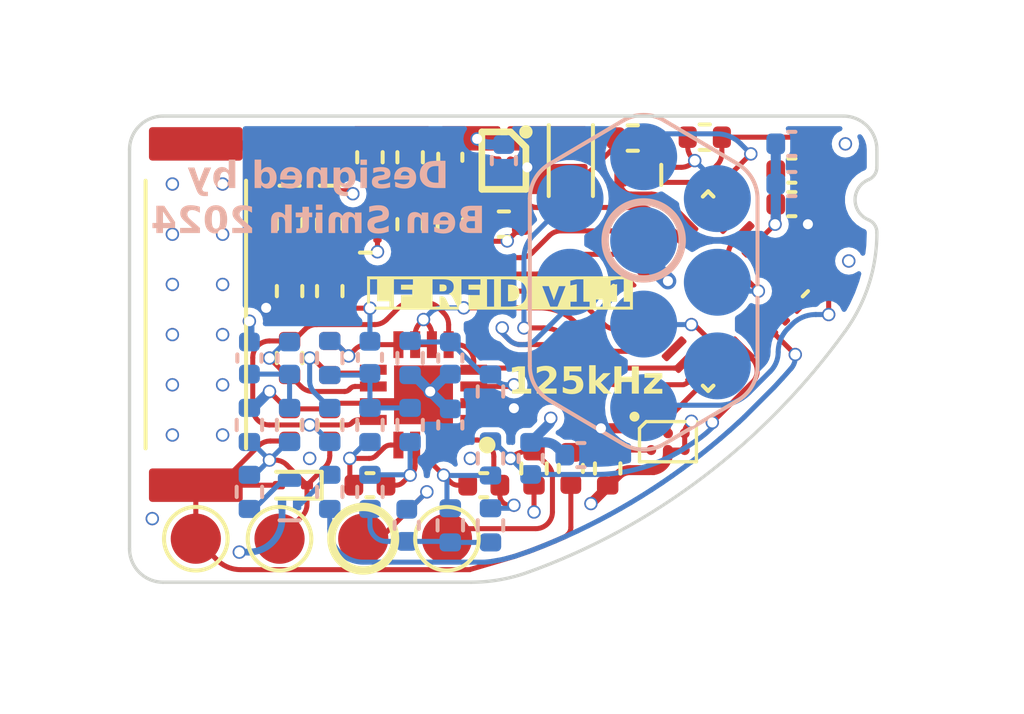
<source format=kicad_pcb>
(kicad_pcb (version 20240108) (generator "pcbnew") (generator_version "8.0")
  (layers (0 "F.Cu" signal) (1 "In1.Cu" power) (2 "In2.Cu" signal) (31 "B.Cu" signal) (34 "B.Paste" user) (35 "F.Paste" user) (36 "B.SilkS" user "B.Silkscreen") (37 "F.SilkS" user "F.Silkscreen") (38 "B.Mask" user) (39 "F.Mask" user) (44 "Edge.Cuts" user))
  (net 0 "")
  (net 1 "/RFID/SIGNAL")
  (net 2 "GND")
  (net 3 "/RFID/AMP1_IN")
  (net 4 "+3V3")
  (net 5 "/RFID/1V65_UNREG")
  (net 6 "/RFID/RF")
  (net 7 "/RFID/AMP2_IN")
  (net 8 "/RFID/SIGNAL_ENVELOPE")
  (net 9 "/RFID/AMP2_OUT")
  (net 10 "/RFID/AMP2_NEG")
  (net 11 "/RFID/CARRIER_RAW")
  (net 12 "/RFID/AMP3_IN")
  (net 13 "/RFID/AMP3_OUT")
  (net 14 "/RFID/AMP3_NEG")
  (net 15 "/RFID/RF_IN")
  (net 16 "+1V65")
  (net 17 "/RFID/SHDN")
  (net 18 "/RFID/AMP1_OUT")
  (net 19 "/RFID/AMP1_NEG")
  (net 20 "/RFID/CARRIER")
  (net 21 "/RFID/OUT_SHIFT")
  (net 22 "/RFID/OUT_G")
  (net 23 "/Pogo Connector/SWDIO")
  (net 24 "/Pogo Connector/SWCLK")
  (net 25 "/Pogo Connector/LPUART1_TX")
  (net 26 "/RFID/PULL_G")
  (net 27 "/RFID/PULL_D")
  (net 28 "/RFID/OUT")
  (net 29 "/RFID/PULL")
  (net 31 "/RFID/GATE")
  (net 32 "/RFID/OUTN_G")
  (net 33 "/Pogo Connector/LPUART1_RX")
  (net 34 "/RFID/OUTN")
  (net 41 "/Pogo Connector/IRQN")
  (net 42 "/Pogo Connector/NRST")
  (net 43 "IOREF")
  (net 47 "/Pogo Connector/LPUART1_RX_1V8")
  (net 48 "/Boost Converter/VRF")
  (net 49 "/Boost Converter/FB_OFFSET")
  (net 50 "/Boost Converter/LX")
  (net 51 "/Boost Converter/EN")
  (net 52 "/Boost Converter/FB")
  (footprint "Resistor_SMD:R_0402_1005Metric" (layer "F.Cu") (at 100.2 62.7 90)
    (property "Reference" "R209" (hide yes))
    (property "Value" "4k7")
  )
  (footprint "Resistor_SMD:R_0402_1005Metric" (layer "F.Cu") (at 101.4 56.7 90)
    (property "Reference" "R204" (hide yes))
    (property "Value" "1k")
  )
  (footprint "watch_footprints:DMN21D2UFB7B" (layer "F.Cu") (at 99 56.7 -90)
    (property "Reference" "Q203" (hide yes))
    (property "Value" "DMN21D2UFB-7B" (hide yes))
  )
  (footprint "TestPoint:TestPoint_Pad_D1.5mm" (layer "F.Cu") (at 103.7 68.1)
    (property "Reference" "TP203" (hide yes))
    (property "Value" "1.5mm")
  )
  (footprint "Capacitor_SMD:C_0402_1005Metric" (layer "F.Cu") (at 99 64.7 90)
    (property "Reference" "C205" (hide yes))
    (property "Value" "330p")
  )
  (footprint "watch_footprints:DMN21D2UFB7B" (layer "F.Cu") (at 109.25 57.225)
    (property "Reference" "Q401" (hide yes))
    (property "Value" "DMN21D2UFB-7B" (hide yes))
  )
  (footprint "Capacitor_SMD:C_0402_1005Metric" (layer "F.Cu") (at 101.4 66.5 180)
    (property "Reference" "C208" (hide yes))
    (property "Value" "100p")
  )
  (footprint "Resistor_SMD:R_0402_1005Metric" (layer "F.Cu") (at 99 58.7 90)
    (property "Reference" "R206" (hide yes))
    (property "Value" "100R")
  )
  (footprint "Resistor_SMD:R_0402_1005Metric" (layer "F.Cu") (at 102.6 58.7 -90)
    (property "Reference" "R503" (hide yes))
    (property "Value" "1M")
  )
  (footprint "Resistor_SMD:R_0402_1005Metric" (layer "F.Cu") (at 106.3 66 -90)
    (property "Reference" "R223" (hide yes))
    (property "Value" "20k")
  )
  (footprint "Diode_SMD:D_SOD-923" (layer "F.Cu") (at 99.1 66.5 180)
    (property "Reference" "D201" (hide yes))
    (property "Value" "ACDBQC0130L-HF")
  )
  (footprint "watch_footprints:DMP21D5UFB47B" (layer "F.Cu") (at 100.2 56.7 -90)
    (property "Reference" "Q202" (hide yes))
    (property "Value" "DMP21D5UFB4-7B" (hide yes))
  )
  (footprint "Resistor_SMD:R_0402_1005Metric" (layer "F.Cu") (at 100.2 58.7 90)
    (property "Reference" "R202" (hide yes))
    (property "Value" "100R")
  )
  (footprint "TestPoint:TestPoint_Pad_D1.5mm" (layer "F.Cu") (at 98.7 68.1)
    (property "Reference" "TP202" (hide yes))
    (property "Value" "1.5mm")
  )
  (footprint "watch_footprints:BGA6C40P3X2_127X87X50" (layer "F.Cu") (at 105.4 56.8 -90)
    (property "Reference" "IC501" (hide yes))
    (property "Value" "MAX17291BANT+T" (hide yes))
  )
  (footprint "Inductor_SMD:L_TDK_MLZ1608" (layer "F.Cu") (at 107.4 56.8 90)
    (property "Reference" "L501" (hide yes))
    (property "Value" "10u")
  )
  (footprint "Resistor_SMD:R_0402_1005Metric" (layer "F.Cu") (at 99 62.7 90)
    (property "Reference" "R205" (hide yes))
    (property "Value" "1M")
  )
  (footprint "Capacitor_SMD:C_0402_1005Metric" (layer "F.Cu") (at 103.8 56.7 90)
    (property "Reference" "C502" (hide yes))
    (property "Value" "4u7")
  )
  (footprint "watch_footprints:Watch Module Outline V2" (layer "F.Cu") (at 105 62)
    (property "Reference" "U101" (hide yes))
    (property "Value" "Watch_Module_Outline_V2")
    (fp_line (start -10.77931 -5.530625) (end -10.77931 6.400065) (stroke (width 0.1)) (layer "Edge.Cuts"))
    (fp_line (start -9.77931 7.400065) (end -0.579909 7.400065) (stroke (width 0.1)) (layer "Edge.Cuts"))
    (fp_line (start 10.538871 -6.530625) (end -9.77931 -6.530625) (stroke (width 0.1)) (layer "Edge.Cuts"))
    (fp_line (start 11.538871 -5.00145) (end 11.538871 -5.530625) (stroke (width 0.1)) (layer "Edge.Cuts"))
    (fp_line (start 11.538871 -3.028146) (end 11.538871 -3.0598) (stroke (width 0.1)) (layer "Edge.Cuts"))
    (fp_arc (start -10.779364 -5.530649) (mid -10.486463 -6.237748) (end -9.779364 -6.530649) (stroke (width 0.1)) (layer "Edge.Cuts"))
    (fp_arc (start -9.779324 7.400129) (mid -10.486428 7.107233) (end -10.779324 6.400129) (stroke (width 0.1)) (layer "Edge.Cuts"))
    (fp_arc (start 1.104777 7.107672) (mid 0.274986 7.326423) (end -0.579989 7.400065) (stroke (width 0.1)) (layer "Edge.Cuts"))
    (fp_arc (start 10.538871 -6.530625) (mid 11.24597 -6.237737) (end 11.538871 -5.530625) (stroke (width 0.1)) (layer "Edge.Cuts"))
    (fp_arc (start 11.291252 -3.429638) (mid 10.888862 -4.030622) (end 11.291252 -4.631612) (stroke (width 0.1)) (layer "Edge.Cuts"))
    (fp_arc (start 11.291252 -3.429638) (mid 11.471267 -3.282353) (end 11.538871 -3.0598) (stroke (width 0.1)) (layer "Edge.Cuts"))
    (fp_arc (start 11.538871 -5.00145) (mid 11.471238 -4.77892) (end 11.291252 -4.631612) (stroke (width 0.1)) (layer "Edge.Cuts"))
    (fp_arc (start 11.538871 -3.028146) (mid 11.296726 -1.490999) (end 10.593743 -0.102738) (stroke (width 0.1)) (layer "Edge.Cuts"))
    (fp_curve (pts (xy 1.104858 7.107672) (xy 4.871929 5.759506) (xy 8.175452 3.249226) (xy 10.593743 -0.102738)) (stroke (width 0.1)) (layer "Edge.Cuts"))
  )
  (footprint "Resistor_SMD:R_0402_1005Metric" (layer "F.Cu") (at 108.5 66 90)
    (property "Reference" "R219" (hide yes))
    (property "Value" "330k")
  )
  (footprint "TestPoint:TestPoint_Pad_D1.5mm" (layer "F.Cu") (at 96.2 68.1)
    (property "Reference" "TP201" (hide yes))
    (property "Value" "1.5mm")
  )
  (footprint "watch_footprints:BGA6C50P3X2_152X100X69" (layer "F.Cu") (at 110.3 65.2)
    (property "Reference" "IC202" (hide yes))
    (property "Value" "MAX9027EBT+T" (hide yes))
  )
  (footprint "Resistor_SMD:R_0402_1005Metric" (layer "F.Cu") (at 111.4 56.1 180)
    (property "Reference" "R402" (hide yes))
    (property "Value" "100k")
  )
  (footprint "Resistor_SMD:R_0402_1005Metric" (layer "F.Cu") (at 103.8 58.7 -90)
    (property "Reference" "R502" (hide yes))
    (property "Value" "402k")
  )
  (footprint "Capacitor_SMD:C_0402_1005Metric" (layer "F.Cu") (at 100.2 64.7 90)
    (property "Reference" "C207" (hide yes))
    (property "Value" "10n")
  )
  (footprint "Resistor_SMD:R_0402_1005Metric" (layer "F.Cu") (at 102.6 56.7 -90)
    (property "Reference" "R501" (hide yes))
    (property "Value" "3M48")
  )
  (footprint "watch_footprints:DMN21D2UFB7B" (layer "F.Cu") (at 101.4 58.7 -90)
    (property "Reference" "Q201" (hide yes))
    (property "Value" "DMN21D2UFB-7B" (hide yes))
  )
  (footprint "Resistor_SMD:R_0402_1005Metric" (layer "F.Cu") (at 105.4 58.7)
    (property "Reference" "R504" (hide yes))
    (property "Value" "100k")
  )
  (footprint "watch_footprints:TR1102-0491J" (layer "F.Cu") (at 96.2 61.4 -90)
    (property "Reference" "L201" (hide yes))
    (property "Value" "TR1102-0491J")
  )
  (footprint "Package_DFN_QFN:QFN-28_4x4mm_P0.5mm" (layer "F.Cu") (at 111.5 60.7 -135)
    (property "Reference" "U301" (hide yes))
    (property "Value" "STM32G071G8Ux")
  )
  (footprint "Capacitor_SMD:C_0402_1005Metric" (layer "F.Cu") (at 107.4 66 90)
    (property "Reference" "C209" (hide yes))
    (property "Value" "10n")
  )
  (footprint "Resistor_SMD:R_0402_1005Metric" (layer "F.Cu") (at 100.2 60.7 90)
    (property "Reference" "R201" (hide yes))
    (property "Value" "10k")
  )
  (footprint "Capacitor_SMD:C_0402_1005Metric" (layer "F.Cu") (at 114 57.1 180)
    (property "Reference" "C301" (hide yes))
    (property "Value" "4u7")
  )
  (footprint "Resistor_SMD:R_0402_1005Metric" (layer "F.Cu") (at 99 60.7 -90)
    (property "Reference" "R207" (hide yes))
    (property "Value" "10k")
  )
  (footprint "TestPoint:TestPoint_Pad_D1.5mm" (layer "F.Cu") (at 101.2 68.1)
    (property "Reference" "TP101" (hide yes))
    (property "Value" "1.5mm")
  )
  (footprint "Resistor_SMD:R_0402_1005Metric" (layer "F.Cu") (at 109.25 56.125)
    (property "Reference" "R401" (hide yes))
    (property "Value" "10k")
  )
  (footprint "Capacitor_SMD:C_0402_1005Metric" (layer "F.Cu") (at 114 58.1 180)
    (property "Reference" "C302" (hide yes))
    (property "Value" "100n")
  )
  (footprint "watch_footprints:QFN50P300X300X80-17N-D" (layer "F.Cu") (at 103 63.8 180)
    (property "Reference" "IC201" (hide yes))
    (property "Value" "TLV9004SIRTER" (hide yes))
  )
  (footprint "Capacitor_SMD:C_0402_1005Metric" (layer "F.Cu") (at 104.8 66.5)
    (property "Reference" "C212" (hide yes))
    (property "Value" "100p")
  )
  (footprint "Capacitor_SMD:C_0402_1005Metric" (layer "B.Cu") (at 114 56.3 180)
    (property "Reference" "C303" (hide yes))
    (property "Value" "1u")
  )
  (footprint "Capacitor_SMD:C_0402_1005Metric" (layer "B.Cu") (at 103.8 62.7 -90)
    (property "Reference" "C204" (hide yes))
    (property "Value" "1u")
  )
  (footprint "Resistor_SMD:R_0402_1005Metric" (layer "B.Cu") (at 102.6 62.7 -90)
    (property "Reference" "R212" (hide yes))
    (property "Value" "33k")
  )
  (footprint "Resistor_SMD:R_0402_1005Metric" (layer "B.Cu") (at 101.4 66.7 -90)
    (property "Reference" "R218" (hide yes))
    (property "Value" "1k")
  )
  (footprint "Capacitor_SMD:C_0402_1005Metric" (layer "B.Cu") (at 103.8 64.7 90)
    (property "Reference" "C203" (hide yes))
    (property "Value" "100n")
  )
  (footprint "Capacitor_SMD:C_0402_1005Metric" (layer "B.Cu") (at 106.2 65.7 90)
    (property "Reference" "C213" (hide yes))
    (property "Value" "100p")
  )
  (footprint "Resistor_SMD:R_0402_1005Metric" (layer "B.Cu") (at 100.2 66.7 90)
    (property "Reference" "R215" (hide yes))
    (property "Value" "100R")
  )
  (footprint "Resistor_SMD:R_0402_1005Metric" (layer "B.Cu") (at 101.4 64.7 -90)
    (property "Reference" "R214" (hide yes))
    (property "Value" "1k")
  )
  (footprint "Capacitor_SMD:C_0402_1005Metric" (layer "B.Cu") (at 102.5 67.7 90)
    (property "Reference" "C210" (hide yes))
    (property "Value" "4n7")
  )
  (footprint "watch_footprints:10-Pin Pogo Connector Male" (layer "B.Cu") (at 109.575 60.435 180)
    (property "Reference" "J401" (hide yes))
    (property "Value" "10-Pin_Pogo_Connector_Male")
  )
  (footprint "Resistor_SMD:R_0402_1005Metric" (layer "B.Cu") (at 97.8 64.7 -90)
    (property "Reference" "R217" (hide yes))
    (property "Value" "330k")
  )
  (footprint "Resistor_SMD:R_0402_1005Metric" (layer "B.Cu") (at 97.8 66.7 90)
    (property "Reference" "R216" (hide yes))
    (property "Value" "330")
  )
  (footprint "Capacitor_SMD:C_0402_1005Metric" (layer "B.Cu") (at 99 62.7 90)
    (property "Reference" "C202" (hide yes))
    (property "Value" "220n")
  )
  (footprint "Resistor_SMD:R_0402_1005Metric" (layer "B.Cu") (at 99 64.7 90)
    (property "Reference" "R203" (hide yes))
    (property "Value" "5k1")
  )
  (footprint "Capacitor_SMD:C_0402_1005Metric" (layer "B.Cu") (at 114 57.5 180)
    (property "Reference" "C304" (hide yes))
    (property "Value" "100n")
  )
  (footprint "Capacitor_SMD:C_0402_1005Metric" (layer "B.Cu") (at 105.4 56.8 90)
    (property "Reference" "C501" (hide yes))
    (property "Value" "22u")
  )
  (footprint "Resistor_SMD:R_0402_1005Metric" (layer "B.Cu") (at 105 63.7 90)
    (property "Reference" "R211" (hide yes))
    (property "Value" "33k")
  )
  (footprint "watch_footprints:DMN21D2UFB7B" (layer "B.Cu") (at 99 66.7 -90)
    (property "Reference" "Q204" (hide yes))
    (property "Value" "DMN21D2UFB-7B" (hide yes))
  )
  (footprint "Resistor_SMD:R_0402_1005Metric" (layer "B.Cu") (at 102.6 64.7 90)
    (property "Reference" "R213" (hide yes))
    (property "Value" "10k")
  )
  (footprint "Resistor_SMD:R_0402_1005Metric" (layer "B.Cu") (at 100.2 62.7 -90)
    (property "Reference" "R210" (hide yes))
    (property "Value" "1k")
  )
  (footprint "Capacitor_SMD:C_0402_1005Metric" (layer "B.Cu") (at 107.7 65.6 180)
    (property "Reference" "C211" (hide yes))
    (property "Value" "100n")
  )
  (footprint "Capacitor_SMD:C_0402_1005Metric" (layer "B.Cu") (at 97.8 62.7 90)
    (property "Reference" "C201" (hide yes))
    (property "Value" "1n")
  )
  (footprint "Resistor_SMD:R_0402_1005Metric" (layer "B.Cu") (at 105 67.7 90)
    (property "Reference" "R221" (hide yes))
    (property "Value" "1k")
  )
  (footprint "Resistor_SMD:R_0402_1005Metric" (layer "B.Cu") (at 105 65.7 90)
    (property "Reference" "R222" (hide yes))
    (property "Value" "10k")
  )
  (footprint "Resistor_SMD:R_0402_1005Metric" (layer "B.Cu") (at 100.2 64.7 90)
    (property "Reference" "R208" (hide yes))
    (property "Value" "1k")
  )
  (footprint "Resistor_SMD:R_0402_1005Metric" (layer "B.Cu") (at 103.8 67.7 -90)
    (property "Reference" "R220" (hide yes))
    (property "Value" "10k")
  )
  (footprint "Capacitor_SMD:C_0402_1005Metric" (layer "B.Cu") (at 101.4 62.68 90)
    (property "Reference" "C206" (hide yes))
    (property "Value" "4n7")
  )
  (gr_circle (center 101.2 68.1) (end 102.1 68.1) (stroke (width 0.15)) (fill none) (layer "F.SilkS"))
  (gr_circle (center 101.2 68.1) (end 102.2 68.1) (stroke (width 0.15)) (fill none) (layer "F.SilkS"))
  (gr_text "Designed by\nBen Smith 2024" (at 99.85 59.1 0) (layer "B.SilkS") (effects (font (size 0.8 0.8) (thickness 0.16) (bold yes)) (justify bottom mirror)))
  (gr_text "LF RFID v1.1" (at 101.3 61.3 0) (layer "F.SilkS" knockout) (effects (font (size 0.8 0.8) (thickness 0.16) (bold yes)) (justify left bottom)))
  (gr_text "125kHz" (at 107.85 63.9 0) (layer "F.SilkS") (effects (font (size 0.8 0.8) (thickness 0.16) (bold yes)) (justify bottom)))
  (segment (start 99 63.18) (end 97.8 63.18) (width 0.15) (layer "B.Cu") (net 1))
  (segment (start 99 64.19) (end 99 63.18) (width 0.15) (layer "B.Cu") (net 1))
  (segment (start 113.52 58.68) (end 113.5 58.7) (width 0.15) (layer "F.Cu") (net 2))
  (segment (start 110.3 65.548329) (end 110.3 65.45) (width 0.3) (layer "F.Cu") (net 2))
  (segment (start 101.5 64.05) (end 102.75 64.05) (width 0.3) (layer "F.Cu") (net 2))
  (segment (start 108.5 66.51) (end 108.813554 66.196446) (width 0.3) (layer "F.Cu") (net 2))
  (segment (start 105.9 58.8) (end 105.5 59.2) (width 0.15) (layer "F.Cu") (net 2))
  (segment (start 101.5 64.05) (end 100.37 64.05) (width 0.15) (layer "F.Cu") (net 2))
  (segment (start 101.625 59.525) (end 101.625 59.05) (width 0.15) (layer "F.Cu") (net 2))
  (segment (start 110.8 64.95) (end 110.8 65.45) (width 0.15) (layer "F.Cu") (net 2))
  (segment (start 100.9 57.77) (end 100.83 57.7) (width 0.15) (layer "F.Cu") (net 2))
  (segment (start 110.887868 64.702132) (end 111 64.59) (width 0.15) (layer "F.Cu") (net 2))
  (segment (start 103.1 66.7) (end 101.846446 67.953554) (width 0.15) (layer "F.Cu") (net 2))
  (segment (start 101.492893 68.1) (end 101.2 68.1) (width 0.15) (layer "F.Cu") (net 2))
  (segment (start 98.4 63.7) (end 98.92 64.22) (width 0.15) (layer "F.Cu") (net 2))
  (segment (start 108.5 66.51) (end 108.5 66.55) (width 0.3) (layer "F.Cu") (net 2))
  (segment (start 113.52 58.1) (end 113.52 58.68) (width 0.3) (layer "F.Cu") (net 2))
  (segment (start 99 64.22) (end 100.2 64.22) (width 0.15) (layer "F.Cu") (net 2))
  (segment (start 98.92 64.22) (end 99 64.22) (width 0.15) (layer "F.Cu") (net 2))
  (segment (start 105.5 59.2) (end 105.49 59.21) (width 0.15) (layer "F.Cu") (net 2))
  (segment (start 112.870019 59.329981) (end 113.5 58.7) (width 0.15) (layer "F.Cu") (net 2))
  (segment (start 109.167107 66.05) (end 109.71 66.05) (width 0.3) (layer "F.Cu") (net 2))
  (segment (start 100.83 57.7) (end 100.183416 57.7) (width 0.15) (layer "F.Cu") (net 2))
  (segment (start 102.75 64.05) (end 103 63.8) (width 0.3) (layer "F.Cu") (net 2))
  (segment (start 105.49 59.21) (end 103.8 59.21) (width 0.15) (layer "F.Cu") (net 2))
  (segment (start 100.37 64.05) (end 100.2 64.22) (width 0.15) (layer "F.Cu") (net 2))
  (segment (start 109.712139 66.047861) (end 109.865545 66.047861) (width 0.3) (layer "F.Cu") (net 2))
  (segment (start 99.656917 57.481917) (end 99.225 57.05) (width 0.15) (layer "F.Cu") (net 2))
  (segment (start 109.71 66.05) (end 109.712139 66.047861) (width 0.3) (layer "F.Cu") (net 2))
  (segment (start 101.4 61.21) (end 100.2 61.21) (width 0.15) (layer "F.Cu") (net 2))
  (segment (start 113.52 57.1) (end 113.52 58.1) (width 0.3) (layer "F.Cu") (net 2))
  (segment (start 110.3 65.45) (end 110.8 65.45) (width 0.15) (layer "F.Cu") (net 2))
  (segment (start 105.9 58.7) (end 105.9 58.8) (width 0.15) (layer "F.Cu") (net 2))
  (segment (start 108.5 66.55) (end 108 67.05) (width 0.3) (layer "F.Cu") (net 2))
  (segment (start 110.8 64.95) (end 110.8 64.914264) (width 0.15) (layer "F.Cu") (net 2))
  (segment (start 106.3 66.51) (end 106.3 67.3) (width 0.15) (layer "F.Cu") (net 2))
  (via (at 113.5 58.7) (size 0.4) (drill 0.3) (layers "F.Cu" "B.Cu") (net 2))
  (via (at 95.5 63.5) (size 0.4) (drill 0.3) (layers "F.Cu" "B.Cu") (net 2))
  (via (at 97 57.5) (size 0.4) (drill 0.3) (layers "F.Cu" "B.Cu") (net 2))
  (via (at 115.6 56.3) (size 0.4) (drill 0.3) (layers "F.Cu" "B.Cu") (net 2))
  (via (at 104.6 56.15) (size 0.4) (drill 0.3) (layers "F.Cu" "B.Cu") (net 2))
  (via (at 97 60.5) (size 0.4) (drill 0.3) (layers "F.Cu" "B.Cu") (net 2))
  (via (at 111 64.59) (size 0.4) (drill 0.3) (layers "F.Cu" "B.Cu") (net 2))
  (via (at 97.8 61.6) (size 0.4) (drill 0.3) (layers "F.Cu" "B.Cu") (net 2))
  (via (at 97 65) (size 0.4) (drill 0.3) (layers "F.Cu" "B.Cu") (net 2))
  (via (at 99.6 65.7) (size 0.4) (drill 0.3) (layers "F.Cu" "B.Cu") (net 2))
  (via (at 94.9 67.5) (size 0.4) (drill 0.3) (layers "F.Cu" "B.Cu") (net 2))
  (via (at 95.5 57.5) (size 0.4) (drill 0.3) (layers "F.Cu" "B.Cu") (net 2))
  (via (at 95.5 59) (size 0.4) (drill 0.3) (layers "F.Cu" "B.Cu") (net 2))
  (via (at 98.4 63.7) (size 0.4) (drill 0.3) (layers "F.Cu" "B.Cu") (net 2))
  (via (at 106.8 64.5) (size 0.4) (drill 0.3) (layers "F.Cu" "B.Cu") (net 2))
  (via (at 105.5 59.2) (size 0.4) (drill 0.3) (layers "F.Cu" "B.Cu") (net 2))
  (via (at 115.7 59.8) (size 0.4) (drill 0.3) (layers "F.Cu" "B.Cu") (net 2))
  (via (at 104.4 65.7) (size 0.4) (drill 0.3) (layers "F.Cu" "B.Cu") (net 2))
  (via (at 97.5 68.5) (size 0.4) (drill 0.3) (layers "F.Cu" "B.Cu") (net 2))
  (via (at 101.4 61.21) (size 0.4) (drill 0.3) (layers "F.Cu" "B.Cu") (net 2))
  (via (at 95.5 65) (size 0.4) (drill 0.3) (layers "F.Cu" "B.Cu") (net 2))
  (via (at 95.5 60.5) (size 0.4) (drill 0.3) (layers "F.Cu" "B.Cu") (net 2))
  (via (at 97 62) (size 0.4) (drill 0.3) (layers "F.Cu" "B.Cu") (net 2))
  (via (at 106.3 67.3) (size 0.4) (drill 0.3) (layers "F.Cu" "B.Cu") (net 2))
  (via (at 103.2 63.7) (size 0.4) (drill 0.3) (layers "F.Cu" "B.Cu") (net 2))
  (via (at 101.625 59.525) (size 0.4) (drill 0.3) (layers "F.Cu" "B.Cu") (net 2))
  (via (at 97 63.5) (size 0.4) (drill 0.3) (layers "F.Cu" "B.Cu") (net 2))
  (via (at 103.1 66.7) (size 0.4) (drill 0.3) (layers "F.Cu" "B.Cu") (net 2))
  (via (at 95.5 62) (size 0.4) (drill 0.3) (layers "F.Cu" "B.Cu") (net 2))
  (via (at 97 59) (size 0.4) (drill 0.3) (layers "F.Cu" "B.Cu") (net 2))
  (via (at 108 67.05) (size 0.4) (drill 0.3) (layers "F.Cu" "B.Cu") (net 2))
  (via (at 110.3 60.4) (size 0.4) (drill 0.3) (layers "F.Cu" "B.Cu") (net 2))
  (via (at 100.89 57.79) (size 0.4) (drill 0.3) (layers "F.Cu" "B.Cu") (net 2))
  (arc (start 109.865545 66.047861) (mid 110.176193 65.879342) (end 110.3 65.548329) (width 0.3) (layer "F.Cu") (net 2))
  (arc (start 101.492893 68.1) (mid 101.684234 68.06194) (end 101.846446 67.953554) (width 0.15) (layer "F.Cu") (net 2))
  (arc (start 108.813554 66.196446) (mid 108.975766 66.08806) (end 109.167107 66.05) (width 0.3) (layer "F.Cu") (net 2))
  (arc (start 100.183416 57.7) (mid 99.898477 57.643322) (end 99.656917 57.481917) (width 0.15) (layer "F.Cu") (net 2))
  (arc (start 110.887868 64.702132) (mid 110.822843 64.799442) (end 110.8 64.914264) (width 0.15) (layer "F.Cu") (net 2))
  (segment (start 103.8 64.22) (end 103.72 64.22) (width 0.3) (layer "B.Cu") (net 2))
  (segment (start 113.52 57.5) (end 113.52 58.68) (width 0.3) (layer "B.Cu") (net 2))
  (segment (start 103.8 63.18) (end 103.72 63.18) (width 0.3) (layer "B.Cu") (net 2))
  (segment (start 103.72 63.18) (end 103.2 63.7) (width 0.3) (layer "B.Cu") (net 2))
  (segment (start 109.575 59.675) (end 109.575 59.185) (width 0.5) (layer "B.Cu") (net 2))
  (segment (start 103.72 64.22) (end 103.2 63.7) (width 0.3) (layer "B.Cu") (net 2))
  (segment (start 113.52 56.3) (end 113.52 57.5) (width 0.3) (layer "B.Cu") (net 2))
  (segment (start 113.52 58.68) (end 113.5 58.7) (width 0.3) (layer "B.Cu") (net 2))
  (segment (start 97.8 64.19) (end 97.91 64.19) (width 0.3) (layer "B.Cu") (net 2))
  (segment (start 102.6 63.21) (end 102.71 63.21) (width 0.3) (layer "B.Cu") (net 2))
  (segment (start 106.2 65.22) (end 106.632893 65.22) (width 0.3) (layer "B.Cu") (net 2))
  (segment (start 102.5 67.22) (end 102.58 67.22) (width 0.15) (layer "B.Cu") (net 2))
  (segment (start 98.775 67.05) (end 98.775 67.5) (width 0.2) (layer "B.Cu") (net 2))
  (segment (start 104.623553 56.173553) (end 104.6 56.15) (width 0.3) (layer "B.Cu") (net 2))
  (segment (start 102.71 63.21) (end 103.2 63.7) (width 0.3) (layer "B.Cu") (net 2))
  (segment (start 102.58 67.22) (end 103.1 66.7) (width 0.15) (layer "B.Cu") (net 2))
  (segment (start 105.4 56.32) (end 104.977107 56.32) (width 0.3) (layer "B.Cu") (net 2))
  (segment (start 97.775 68.5) (end 97.5 68.5) (width 0.2) (layer "B.Cu") (net 2))
  (segment (start 106.741421 64.678579) (end 106.2 65.22) (width 0.3) (layer "B.Cu") (net 2))
  (segment (start 106.8 64.5) (end 106.8 64.537157) (width 0.3) (layer "B.Cu") (net 2))
  (segment (start 106.986447 65.366447) (end 107.22 65.6) (width 0.3) (layer "B.Cu") (net 2))
  (segment (start 110.3 60.4) (end 109.575 59.675) (width 0.5) (layer "B.Cu") (net 2))
  (segment (start 101.4 62.2) (end 101.4 61.21) (width 0.15) (layer "B.Cu") (net 2))
  (segment (start 97.91 64.19) (end 98.4 63.7) (width 0.3) (layer "B.Cu") (net 2))
  (segment (start 97.8 62.22) (end 97.8 61.6) (width 0.3) (layer "B.Cu") (net 2))
  (arc (start 104.623553 56.173553) (mid 104.785765 56.28194) (end 104.977107 56.32) (width 0.3) (layer "B.Cu") (net 2))
  (arc (start 97.775 68.5) (mid 98.482107 68.207107) (end 98.775 67.5) (width 0.2) (layer "B.Cu") (net 2))
  (arc (start 106.8 64.537157) (mid 106.784776 64.613694) (end 106.741421 64.678579) (width 0.3) (layer "B.Cu") (net 2))
  (arc (start 106.632893 65.22) (mid 106.824235 65.25806) (end 106.986447 65.366447) (width 0.3) (layer "B.Cu") (net 2))
  (segment (start 100.957843 63.55) (end 101.5 63.55) (width 0.15) (layer "F.Cu") (net 3))
  (segment (start 99 63.21) (end 99.343554 63.553554) (width 0.15) (layer "F.Cu") (net 3))
  (segment (start 99 63.21) (end 98.91 63.21) (width 0.15) (layer "F.Cu") (net 3))
  (segment (start 98.91 63.21) (end 98.4 62.7) (width 0.15) (layer "F.Cu") (net 3))
  (segment (start 99.697107 63.7) (end 100.642157 63.7) (width 0.15) (layer "F.Cu") (net 3))
  (segment (start 100.783579 63.641421) (end 100.816422 63.608578) (width 0.15) (layer "F.Cu") (net 3))
  (via (at 98.4 62.7) (size 0.4) (drill 0.3) (layers "F.Cu" "B.Cu") (net 3))
  (arc (start 99.697107 63.7) (mid 99.505766 63.66194) (end 99.343554 63.553554) (width 0.15) (layer "F.Cu") (net 3))
  (arc (start 100.816422 63.608578) (mid 100.881307 63.565224) (end 100.957843 63.55) (width 0.15) (layer "F.Cu") (net 3))
  (arc (start 100.642157 63.7) (mid 100.718694 63.684776) (end 100.783579 63.641421) (width 0.15) (layer "F.Cu") (net 3))
  (segment (start 98.88 62.22) (end 98.4 62.7) (width 0.15) (layer "B.Cu") (net 3))
  (segment (start 99 62.22) (end 98.88 62.22) (width 0.15) (layer "B.Cu") (net 3))
  (segment (start 107.692893 57.2) (end 107.4 57.2) (width 0.15) (layer "F.Cu") (net 4))
  (segment (start 114.48 58.7) (end 114.067868 59.112132) (width 0.15) (layer "F.Cu") (net 4))
  (segment (start 108.74 56.36) (end 108.046446 57.053554) (width 0.15) (layer "F.Cu") (net 4))
  (segment (start 98.31 61.21) (end 98.3 61.2) (width 0.15) (layer "F.Cu") (net 4))
  (segment (start 113.619239 59.287868) (end 113.223573 59.683534) (width 0.15) (layer "F.Cu") (net 4))
  (segment (start 114.48 57.1) (end 114.48 58.1) (width 0.3) (layer "F.Cu") (net 4))
  (segment (start 114.48 58.7) (end 114.48 58.1) (width 0.3) (layer "F.Cu") (net 4))
  (segment (start 99 61.21) (end 98.31 61.21) (width 0.15) (layer "F.Cu") (net 4))
  (segment (start 104.5 64.05) (end 105.55 64.05) (width 0.3) (layer "F.Cu") (net 4))
  (segment (start 109.437821 64.8) (end 108.3 64.8) (width 0.3) (layer "F.Cu") (net 4))
  (segment (start 113.855736 59.2) (end 113.831371 59.2) (width 0.15) (layer "F.Cu") (net 4))
  (segment (start 105.55 64.05) (end 105.7 64.2) (width 0.3) (layer "F.Cu") (net 4))
  (segment (start 108.74 56.125) (end 108.74 56.36) (width 0.15) (layer "F.Cu") (net 4))
  (via (at 98.3 61.2) (size 0.4) (drill 0.3) (layers "F.Cu" "B.Cu") (net 4))
  (via (at 114.48 58.7) (size 0.4) (drill 0.3) (layers "F.Cu" "B.Cu") (net 4))
  (via (at 106.1 57) (size 0.4) (drill 0.3) (layers "F.Cu" "B.Cu") (net 4))
  (via (at 108.3 64.8) (size 0.4) (drill 0.3) (layers "F.Cu" "B.Cu") (net 4))
  (via (at 105.7 64.2) (size 0.4) (drill 0.3) (layers "F.Cu" "B.Cu") (net 4))
  (arc (start 114.067868 59.112132) (mid 113.970541 59.177164) (end 113.855736 59.2) (width 0.15) (layer "F.Cu") (net 4))
  (arc (start 108.046446 57.053554) (mid 107.884234 57.16194) (end 107.692893 57.2) (width 0.15) (layer "F.Cu") (net 4))
  (arc (start 113.619239 59.287868) (mid 113.716566 59.222836) (end 113.831371 59.2) (width 0.15) (layer "F.Cu") (net 4))
  (arc (start 109.437821 64.8) (mid 109.633849 64.838992) (end 109.8 64.95) (width 0.3) (layer "F.Cu") (net 4))
  (segment (start 114.48 56.3) (end 114.48 57.5) (width 0.3) (layer "B.Cu") (net 4))
  (segment (start 114.48 57.5) (end 114.48 58.7) (width 0.3) (layer "B.Cu") (net 4))
  (segment (start 105.69 64.21) (end 105.7 64.2) (width 0.15) (layer "B.Cu") (net 4))
  (segment (start 105.65 63.55) (end 104.5 63.55) (width 0.15) (layer "F.Cu") (net 5))
  (segment (start 105.7 63.5) (end 105.65 63.55) (width 0.15) (layer "F.Cu") (net 5))
  (via (at 105.7 63.5) (size 0.4) (drill 0.3) (layers "F.Cu" "B.Cu") (net 5))
  (segment (start 105.7 63.5) (end 105.517107 63.5) (width 0.15) (layer "B.Cu") (net 5))
  (segment (start 103.8 62.22) (end 102.63 62.22) (width 0.15) (layer "B.Cu") (net 5))
  (segment (start 104.77 63.19) (end 105 63.19) (width 0.15) (layer "B.Cu") (net 5))
  (segment (start 105.163553 63.353553) (end 105 63.19) (width 0.15) (layer "B.Cu") (net 5))
  (segment (start 102.63 62.22) (end 102.6 62.19) (width 0.15) (layer "B.Cu") (net 5))
  (segment (start 103.8 62.22) (end 104.77 63.19) (width 0.15) (layer "B.Cu") (net 5))
  (arc (start 105.163553 63.353553) (mid 105.325765 63.46194) (end 105.517107 63.5) (width 0.15) (layer "B.Cu") (net 5))
  (segment (start 96.832172 68.732172) (end 96.2 68.1) (width 0.15) (layer "F.Cu") (net 6))
  (segment (start 106.59097 68.307899) (end 106.252345 68.440376) (width 0.15) (layer "F.Cu") (net 6))
  (segment (start 107.20777 68.046237) (end 106.926737 68.168959) (width 0.15) (layer "F.Cu") (net 6))
  (segment (start 107.312132 67.971152) (end 107.299845 67.983439) (width 0.15) (layer "F.Cu") (net 6))
  (segment (start 104.384935 69.025065) (end 97.539279 69.025065) (width 0.15) (layer "F.Cu") (net 6))
  (segment (start 105.732783 68.622618) (end 104.39 69.02) (width 0.15) (layer "F.Cu") (net 6))
  (segment (start 106.141809 68.481156) (end 105.732783 68.622618) (width 0.15) (layer "F.Cu") (net 6))
  (segment (start 106.252345 68.440376) (end 106.141809 68.481156) (width 0.15) (layer "F.Cu") (net 6))
  (segment (start 99 65.18) (end 98.427107 65.18) (width 0.15) (layer "F.Cu") (net 6))
  (segment (start 107.4 66.48) (end 107.4 67.75902) (width 0.15) (layer "F.Cu") (net 6))
  (segment (start 96.2 68.1) (end 96.2 66.5) (width 0.15) (layer "F.Cu") (net 6))
  (segment (start 106.926737 68.168959) (end 106.59097 68.307899) (width 0.15) (layer "F.Cu") (net 6))
  (segment (start 96.9 66.5) (end 96.2 66.5) (width 0.15) (layer "F.Cu") (net 6))
  (segment (start 98.68 66.5) (end 96.2 66.5) (width 0.15) (layer "F.Cu") (net 6))
  (segment (start 98.073553 65.326447) (end 96.9 66.5) (width 0.15) (layer "F.Cu") (net 6))
  (arc (start 107.299845 67.983439) (mid 107.256749 68.019151) (end 107.20777 68.046237) (width 0.15) (layer "F.Cu") (net 6))
  (arc (start 98.427107 65.18) (mid 98.235765 65.21806) (end 98.073553 65.326447) (width 0.15) (layer "F.Cu") (net 6))
  (arc (start 107.312132 67.971152) (mid 107.377164 67.873825) (end 107.4 67.75902) (width 0.15) (layer "F.Cu") (net 6))
  (arc (start 96.832172 68.732172) (mid 97.156595 68.948945) (end 97.539279 69.025065) (width 0.15) (layer "F.Cu") (net 6))
  (segment (start 101.35 63.21) (end 101.4 63.16) (width 0.15) (layer "B.Cu") (net 7))
  (segment (start 101.4 64.19) (end 102.6 64.19) (width 0.15) (layer "B.Cu") (net 7))
  (segment (start 100.2 63.21) (end 101.35 63.21) (width 0.15) (layer "B.Cu") (net 7))
  (segment (start 101.4 64.19) (end 101.4 63.16) (width 0.15) (layer "B.Cu") (net 7))
  (segment (start 99.52 67.072893) (end 99.52 66.5) (width 0.15) (layer "F.Cu") (net 8))
  (segment (start 99.52 66.5) (end 100.053554 65.966446) (width 0.15) (layer "F.Cu") (net 8))
  (segment (start 99.52 66.5) (end 98.916446 65.896446) (width 0.15) (layer "F.Cu") (net 8))
  (segment (start 98.562893 65.75) (end 98.4 65.75) (width 0.15) (layer "F.Cu") (net 8))
  (segment (start 100.2 65.612893) (end 100.2 65.18) (width 0.15) (layer "F.Cu") (net 8))
  (segment (start 98.7 68.1) (end 99.373554 67.426446) (width 0.15) (layer "F.Cu") (net 8))
  (via (at 98.4 65.75) (size 0.4) (drill 0.3) (layers "F.Cu" "B.Cu") (net 8))
  (arc (start 100.053554 65.966446) (mid 100.16194 65.804234) (end 100.2 65.612893) (width 0.15) (layer "F.Cu") (net 8))
  (arc (start 98.916446 65.896446) (mid 98.754234 65.78806) (end 98.562893 65.75) (width 0.15) (layer "F.Cu") (net 8))
  (arc (start 99.52 67.072893) (mid 99.48194 67.264234) (end 99.373554 67.426446) (width 0.15) (layer "F.Cu") (net 8))
  (segment (start 97.96 66.19) (end 97.8 66.19) (width 0.15) (layer "B.Cu") (net 8))
  (segment (start 98.4 65.75) (end 97.86 65.21) (width 0.15) (layer "B.Cu") (net 8))
  (segment (start 99 65.21) (end 99.11 65.21) (width 0.15) (layer "B.Cu") (net 8))
  (segment (start 98.4 65.75) (end 97.96 66.19) (width 0.15) (layer "B.Cu") (net 8))
  (segment (start 97.86 65.21) (end 97.8 65.21) (width 0.15) (layer "B.Cu") (net 8))
  (segment (start 98.94 65.21) (end 99.11 65.21) (width 0.15) (layer "B.Cu") (net 8))
  (segment (start 98.4 65.75) (end 98.94 65.21) (width 0.15) (layer "B.Cu") (net 8))
  (segment (start 102.175736 66.5) (end 101.88 66.5) (width 0.15) (layer "F.Cu") (net 9))
  (segment (start 102.6 66.2) (end 102.662132 66.137868) (width 0.15) (layer "F.Cu") (net 9))
  (segment (start 102.6 66.2) (end 102.387868 66.412132) (width 0.15) (layer "F.Cu") (net 9))
  (segment (start 102.75 65.925736) (end 102.75 65.3) (width 0.15) (layer "F.Cu") (net 9))
  (via (at 102.6 66.2) (size 0.4) (drill 0.3) (layers "F.Cu" "B.Cu") (net 9))
  (arc (start 102.387868 66.412132) (mid 102.290541 66.477164) (end 102.175736 66.5) (width 0.15) (layer "F.Cu") (net 9))
  (arc (start 102.75 65.925736) (mid 102.727164 66.040541) (end 102.662132 66.137868) (width 0.15) (layer "F.Cu") (net 9))
  (segment (start 102.6 66.2) (end 102.6 65.21) (width 0.15) (layer "B.Cu") (net 9))
  (segment (start 102.49 66.19) (end 101.4 66.19) (width 0.15) (layer "B.Cu") (net 9))
  (segment (start 102.6 66.2) (end 102.5 66.2) (width 0.15) (layer "B.Cu") (net 9))
  (segment (start 102.5 66.2) (end 102.49 66.19) (width 0.15) (layer "B.Cu") (net 9))
  (segment (start 100.8 65.7) (end 100.8 66.38) (width 0.15) (layer "F.Cu") (net 10))
  (segment (start 100.8 65.7) (end 101.375736 65.7) (width 0.15) (layer "F.Cu") (net 10))
  (segment (start 101.587868 65.612132) (end 101.812132 65.387868) (width 0.15) (layer "F.Cu") (net 10))
  (segment (start 100.8 66.38) (end 100.92 66.5) (width 0.15) (layer "F.Cu") (net 10))
  (segment (start 102.024264 65.3) (end 102.25 65.3) (width 0.15) (layer "F.Cu") (net 10))
  (via (at 100.8 65.7) (size 0.4) (drill 0.3) (layers "F.Cu" "B.Cu") (net 10))
  (arc (start 101.812132 65.387868) (mid 101.909459 65.322836) (end 102.024264 65.3) (width 0.15) (layer "F.Cu") (net 10))
  (arc (start 101.587868 65.612132) (mid 101.490541 65.677164) (end 101.375736 65.7) (width 0.15) (layer "F.Cu") (net 10))
  (segment (start 101.29 65.21) (end 100.8 65.7) (width 0.15) (layer "B.Cu") (net 10))
  (segment (start 101.4 65.21) (end 101.29 65.21) (width 0.15) (layer "B.Cu") (net 10))
  (segment (start 108.54 65.45) (end 108.47 65.52) (width 0.15) (layer "F.Cu") (net 11))
  (segment (start 109.8 65.45) (end 108.54 65.45) (width 0.15) (layer "F.Cu") (net 11))
  (segment (start 108.47 65.52) (end 107.4 65.52) (width 0.15) (layer "F.Cu") (net 11))
  (segment (start 102.5 68.18) (end 103.77 68.18) (width 0.15) (layer "B.Cu") (net 12))
  (segment (start 103.77 68.18) (end 103.8 68.21) (width 0.15) (layer "B.Cu") (net 12))
  (segment (start 101.4 67.21) (end 101.4 67.68) (width 0.15) (layer "B.Cu") (net 12))
  (segment (start 103.8 68.21) (end 105 68.21) (width 0.15) (layer "B.Cu") (net 12))
  (segment (start 101.9 68.18) (end 102.5 68.18) (width 0.15) (layer "B.Cu") (net 12))
  (arc (start 101.4 67.68) (mid 101.546447 68.033553) (end 101.9 68.18) (width 0.15) (layer "B.Cu") (net 12))
  (segment (start 104.22 66.5) (end 104.024264 66.5) (width 0.15) (layer "F.Cu") (net 13))
  (segment (start 103.6 66.2) (end 103.337868 65.937868) (width 0.15) (layer "F.Cu") (net 13))
  (segment (start 103.25 65.725736) (end 103.25 65.3) (width 0.15) (layer "F.Cu") (net 13))
  (segment (start 103.812132 66.412132) (end 103.6 66.2) (width 0.15) (layer "F.Cu") (net 13))
  (via (at 103.6 66.2) (size 0.4) (drill 0.3) (layers "F.Cu" "B.Cu") (net 13))
  (arc (start 103.25 65.725736) (mid 103.272836 65.840541) (end 103.337868 65.937868) (width 0.15) (layer "F.Cu") (net 13))
  (arc (start 104.024264 66.5) (mid 103.909459 66.477164) (end 103.812132 66.412132) (width 0.15) (layer "F.Cu") (net 13))
  (segment (start 103.61 66.21) (end 103.6 66.2) (width 0.15) (layer "B.Cu") (net 13))
  (segment (start 103.7 66.3) (end 103.7 67.19) (width 0.15) (layer "B.Cu") (net 13))
  (segment (start 103.6 66.2) (end 103.7 66.3) (width 0.15) (layer "B.Cu") (net 13))
  (segment (start 104.9 66.21) (end 103.61 66.21) (width 0.15) (layer "B.Cu") (net 13))
  (segment (start 105.28 66.5) (end 105.28 66.8) (width 0.15) (layer "F.Cu") (net 14))
  (segment (start 104.6 65.15) (end 103.9 65.15) (width 0.15) (layer "F.Cu") (net 14))
  (segment (start 105.28 66.5) (end 105.1 66.32) (width 0.15) (layer "F.Cu") (net 14))
  (segment (start 103.9 65.15) (end 103.75 65.3) (width 0.15) (layer "F.Cu") (net 14))
  (segment (start 105.1 66.32) (end 105.1 65.65) (width 0.15) (layer "F.Cu") (net 14))
  (segment (start 105.58 67.1) (end 105.7 67.1) (width 0.15) (layer "F.Cu") (net 14))
  (via (at 105.7 67.1) (size 0.4) (drill 0.3) (layers "F.Cu" "B.Cu") (net 14))
  (arc (start 105.1 65.65) (mid 104.953553 65.296447) (end 104.6 65.15) (width 0.15) (layer "F.Cu") (net 14))
  (arc (start 105.58 67.1) (mid 105.367868 67.012132) (end 105.28 66.8) (width 0.15) (layer "F.Cu") (net 14))
  (segment (start 105.61 67.19) (end 105.7 67.1) (width 0.15) (layer "B.Cu") (net 14))
  (segment (start 105 67.19) (end 105.61 67.19) (width 0.15) (layer "B.Cu") (net 14))
  (segment (start 103.7 68.2) (end 104.1 67.8) (width 0.15) (layer "F.Cu") (net 15))
  (segment (start 111.625 64.625) (end 111.625 64.622417) (width 0.15) (layer "F.Cu") (net 15))
  (segment (start 112.817892 62.724999) (end 112.516466 62.423573) (width 0.15) (layer "F.Cu") (net 15))
  (segment (start 106.85 67.3) (end 106.85 66.247107) (width 0.15) (layer "F.Cu") (net 15))
  (segment (start 104.1 67.8) (end 106.35 67.8) (width 0.15) (layer "F.Cu") (net 15))
  (segment (start 106.106982 65.49) (end 106.3 65.49) (width 0.15) (layer "F.Cu") (net 15))
  (segment (start 111.625 64.622417) (end 112.862975 63.384442) (width 0.15) (layer "F.Cu") (net 15))
  (segment (start 106.703553 65.893553) (end 106.3 65.49) (width 0.15) (layer "F.Cu") (net 15))
  (via (at 111.625 64.625) (size 0.4) (drill 0.3) (layers "F.Cu" "B.Cu") (net 15))
  (via (at 105.6 65.7) (size 0.4) (drill 0.3) (layers "F.Cu" "B.Cu") (net 15))
  (arc (start 106.35 67.8) (mid 106.703553 67.653553) (end 106.85 67.3) (width 0.15) (layer "F.Cu") (net 15))
  (arc (start 106.703553 65.893553) (mid 106.81194 66.055765) (end 106.85 66.247107) (width 0.15) (layer "F.Cu") (net 15))
  (arc (start 105.6 65.7) (mid 105.832607 65.544575) (end 106.106982 65.49) (width 0.15) (layer "F.Cu") (net 15))
  (arc (start 112.862975 63.384442) (mid 112.963288 63.045863) (end 112.817892 62.724999) (width 0.15) (layer "F.Cu") (net 15))
  (segment (start 111.625 64.775) (end 111.625 64.625) (width 0.15) (layer "B.Cu") (net 15))
  (segment (start 105.09 65.19) (end 105.6 65.7) (width 0.15) (layer "B.Cu") (net 15))
  (segment (start 106.2 66.18) (end 106.08 66.18) (width 0.15) (layer "B.Cu") (net 15))
  (segment (start 106.08 66.18) (end 105.6 65.7) (width 0.15) (layer "B.Cu") (net 15))
  (segment (start 110.867111 65.353263) (end 111.134516 65.175995) (width 0.15) (layer "B.Cu") (net 15))
  (segment (start 106.2 66.18) (end 108.123741 66.18) (width 0.15) (layer "B.Cu") (net 15))
  (arc (start 110.867111 65.353263) (mid 109.556359 65.968826) (end 108.123741 66.18) (width 0.15) (layer "B.Cu") (net 15))
  (arc (start 111.625 64.775) (mid 111.389909 64.987663) (end 111.134516 65.175995) (width 0.15) (layer "B.Cu") (net 15))
  (segment (start 102.607107 61.05) (end 103.092893 61.05) (width 0.15) (layer "F.Cu") (net 16))
  (segment (start 103.75 61.707107) (end 103.75 62.3) (width 0.15) (layer "F.Cu") (net 16))
  (segment (start 103.446447 61.196447) (end 103.603554 61.353554) (width 0.15) (layer "F.Cu") (net 16))
  (segment (start 105.382843 64.7) (end 105.8 64.7) (width 0.15) (layer "F.Cu") (net 16))
  (segment (start 101.5 64.55) (end 101.032843 64.55) (width 0.15) (layer "F.Cu") (net 16))
  (segment (start 106.3 64.2) (end 106.3 63.5) (width 0.15) (layer "F.Cu") (net 16))
  (segment (start 99.11 62.19) (end 99.453554 61.846446) (width 0.15) (layer "F.Cu") (net 16))
  (segment (start 97.9 64.2) (end 97.9 62.69) (width 0.15) (layer "F.Cu") (net 16))
  (segment (start 104.55 63) (end 104.5 63.05) (width 0.15) (layer "F.Cu") (net 16))
  (segment (start 99.6 64.7) (end 100.717157 64.7) (width 0.15) (layer "F.Cu") (net 16))
  (segment (start 104 62.3) (end 103.75 62.3) (width 0.15) (layer "F.Cu") (net 16))
  (segment (start 99 62.19) (end 99.11 62.19) (width 0.15) (layer "F.Cu") (net 16))
  (segment (start 104.5 64.55) (end 105.067157 64.55) (width 0.15) (layer "F.Cu") (net 16))
  (segment (start 101.896447 61.553553) (end 102.253554 61.196446) (width 0.15) (layer "F.Cu") (net 16))
  (segment (start 98.4 62.19) (end 99 62.19) (width 0.15) (layer "F.Cu") (net 16))
  (segment (start 100.891421 64.608579) (end 100.858578 64.641422) (width 0.15) (layer "F.Cu") (net 16))
  (segment (start 105.8 63) (end 104.55 63) (width 0.15) (layer "F.Cu") (net 16))
  (segment (start 105.208579 64.608579) (end 105.241422 64.641422) (width 0.15) (layer "F.Cu") (net 16))
  (segment (start 104.5 63.05) (end 104.5 62.8) (width 0.15) (layer "F.Cu") (net 16))
  (segment (start 99.807107 61.7) (end 101.542893 61.7) (width 0.15) (layer "F.Cu") (net 16))
  (segment (start 99.6 64.7) (end 98.4 64.7) (width 0.15) (layer "F.Cu") (net 16))
  (via (at 99.6 64.7) (size 0.4) (drill 0.3) (layers "F.Cu" "B.Cu") (net 16))
  (arc (start 103.75 61.707107) (mid 103.71194 61.515766) (end 103.603554 61.353554) (width 0.15) (layer "F.Cu") (net 16))
  (arc (start 105.8 64.7) (mid 106.153553 64.553553) (end 106.3 64.2) (width 0.15) (layer "F.Cu") (net 16))
  (arc (start 97.9 64.2) (mid 98.046447 64.553553) (end 98.4 64.7) (width 0.15) (layer "F.Cu") (net 16))
  (arc (start 105.067157 64.55) (mid 105.143694 64.565224) (end 105.208579 64.608579) (width 0.15) (layer "F.Cu") (net 16))
  (arc (start 100.858578 64.641422) (mid 100.793693 64.684776) (end 100.717157 64.7) (width 0.15) (layer "F.Cu") (net 16))
  (arc (start 101.032843 64.55) (mid 100.956306 64.565224) (end 100.891421 64.608579) (width 0.15) (layer "F.Cu") (net 16))
  (arc (start 102.607107 61.05) (mid 102.415766 61.08806) (end 102.253554 61.196446) (width 0.15) (layer "F.Cu") (net 16))
  (arc (start 101.542893 61.7) (mid 101.734235 61.66194) (end 101.896447 61.553553) (width 0.15) (layer "F.Cu") (net 16))
  (arc (start 99.807107 61.7) (mid 99.615766 61.73806) (end 99.453554 61.846446) (width 0.15) (layer "F.Cu") (net 16))
  (arc (start 105.241422 64.641422) (mid 105.306307 64.684776) (end 105.382843 64.7) (width 0.15) (layer "F.Cu") (net 16))
  (arc (start 105.8 63) (mid 106.153553 63.146447) (end 106.3 63.5) (width 0.15) (layer "F.Cu") (net 16))
  (arc (start 104.5 62.8) (mid 104.353553 62.446447) (end 104 62.3) (width 0.15) (layer "F.Cu") (net 16))
  (arc (start 103.092893 61.05) (mid 103.284235 61.08806) (end 103.446447 61.196447) (width 0.15) (layer "F.Cu") (net 16))
  (arc (start 97.9 62.69) (mid 98.046447 62.336447) (end 98.4 62.19) (width 0.15) (layer "F.Cu") (net 16))
  (segment (start 99.69 64.7) (end 100.2 65.21) (width 0.15) (layer "B.Cu") (net 16))
  (segment (start 99.6 64.7) (end 99.69 64.7) (width 0.15) (layer "B.Cu") (net 16))
  (segment (start 103 61.55) (end 103.103554 61.653554) (width 0.15) (layer "F.Cu") (net 17))
  (segment (start 106.47868 61.2) (end 104.2 61.2) (width 0.15) (layer "F.Cu") (net 17))
  (segment (start 109.492893 62.5) (end 108.814214 62.5) (width 0.15) (layer "F.Cu") (net 17))
  (segment (start 110.129981 62.070019) (end 109.846446 62.353554) (width 0.15) (layer "F.Cu") (net 17))
  (segment (start 108.107107 62.207107) (end 107.53934 61.63934) (width 0.15) (layer "F.Cu") (net 17))
  (segment (start 102.896447 61.653553) (end 103 61.55) (width 0.15) (layer "F.Cu") (net 17))
  (segment (start 103.25 62.007107) (end 103.25 62.3) (width 0.15) (layer "F.Cu") (net 17))
  (segment (start 102.75 62.3) (end 102.75 62.007107) (width 0.15) (layer "F.Cu") (net 17))
  (segment (start 102.75 62.3) (end 103.25 62.3) (width 0.15) (layer "F.Cu") (net 17))
  (via (at 103 61.55) (size 0.4) (drill 0.3) (layers "F.Cu" "B.Cu") (net 17))
  (via (at 104.2 61.2) (size 0.4) (drill 0.3) (layers "F.Cu" "B.Cu") (net 17))
  (arc (start 109.846446 62.353554) (mid 109.684234 62.46194) (end 109.492893 62.5) (width 0.15) (layer "F.Cu") (net 17))
  (arc (start 106.47868 61.2) (mid 107.052705 61.314181) (end 107.53934 61.63934) (width 0.15) (layer "F.Cu") (net 17))
  (arc (start 108.107107 62.207107) (mid 108.43153 62.42388) (end 108.814214 62.5) (width 0.15) (layer "F.Cu") (net 17))
  (arc (start 103.103554 61.653554) (mid 103.21194 61.815766) (end 103.25 62.007107) (width 0.15) (layer "F.Cu") (net 17))
  (arc (start 102.75 62.007107) (mid 102.78806 61.815765) (end 102.896447 61.653553) (width 0.15) (layer "F.Cu") (net 17))
  (segment (start 103.203553 61.346447) (end 103 61.55) (width 0.15) (layer "B.Cu") (net 17))
  (segment (start 104.2 61.2) (end 103.557107 61.2) (width 0.15) (layer "B.Cu") (net 17))
  (arc (start 103.557107 61.2) (mid 103.365765 61.23806) (end 103.203553 61.346447) (width 0.15) (layer "B.Cu") (net 17))
  (segment (start 100.76225 62.63775) (end 100.3145 62.19) (width 0.15) (layer "F.Cu") (net 18))
  (segment (start 100.76225 62.63775) (end 100.953554 62.446446) (width 0.15) (layer "F.Cu") (net 18))
  (segment (start 101.307107 62.3) (end 102.25 62.3) (width 0.15) (layer "F.Cu") (net 18))
  (segment (start 100.3145 62.19) (end 100.2 62.19) (width 0.15) (layer "F.Cu") (net 18))
  (via (at 100.76225 62.63775) (size 0.4) (drill 0.3) (layers "F.Cu" "B.Cu") (net 18))
  (arc (start 101.307107 62.3) (mid 101.115766 62.33806) (end 100.953554 62.446446) (width 0.15) (layer "F.Cu") (net 18))
  (segment (start 100.3145 62.19) (end 100.2 62.19) (width 0.15) (layer "B.Cu") (net 18))
  (segment (start 100.76225 62.63775) (end 100.3145 62.19) (width 0.15) (layer "B.Cu") (net 18))
  (segment (start 101.4 63.15) (end 100.26 63.15) (width 0.15) (layer "F.Cu") (net 19))
  (segment (start 101.5 63.05) (end 101.4 63.15) (width 0.15) (layer "F.Cu") (net 19))
  (segment (start 99.69 62.7) (end 100.2 63.21) (width 0.15) (layer "F.Cu") (net 19))
  (segment (start 100.26 63.15) (end 100.2 63.21) (width 0.15) (layer "F.Cu") (net 19))
  (segment (start 99.6 62.7) (end 99.69 62.7) (width 0.15) (layer "F.Cu") (net 19))
  (via (at 99.6 62.7) (size 0.4) (drill 0.3) (layers "F.Cu" "B.Cu") (net 19))
  (segment (start 100.2 64.19) (end 99.746446 63.736446) (width 0.15) (layer "B.Cu") (net 19))
  (segment (start 99.6 63.382893) (end 99.6 62.7) (width 0.15) (layer "B.Cu") (net 19))
  (arc (start 99.6 63.382893) (mid 99.63806 63.574234) (end 99.746446 63.736446) (width 0.15) (layer "B.Cu") (net 19))
  (segment (start 110.592877 64.207123) (end 111.626894 63.173106) (width 0.15) (layer "F.Cu") (net 20))
  (segment (start 111.626894 63.173106) (end 111.851786 63.173106) (width 0.15) (layer "F.Cu") (net 20))
  (segment (start 110.3 64.95) (end 110.3 64.914214) (width 0.15) (layer "F.Cu") (net 20))
  (arc (start 110.3 64.914214) (mid 110.376113 64.531533) (end 110.592877 64.207123) (width 0.15) (layer "F.Cu") (net 20))
  (segment (start 99 56.35) (end 96.25 56.35) (width 0.3) (layer "F.Cu") (net 21))
  (segment (start 100.2 56.35) (end 99 56.35) (width 0.3) (layer "F.Cu") (net 21))
  (segment (start 96.25 56.35) (end 96.2 56.3) (width 0.3) (layer "F.Cu") (net 21))
  (segment (start 99.363553 58.553553) (end 99 58.19) (width 0.15) (layer "F.Cu") (net 22))
  (segment (start 101.175 59.05) (end 100.971446 58.846446) (width 0.15) (layer "F.Cu") (net 22))
  (segment (start 100.617893 58.7) (end 99.717107 58.7) (width 0.15) (layer "F.Cu") (net 22))
  (arc (start 99.363553 58.553553) (mid 99.525765 58.66194) (end 99.717107 58.7) (width 0.15) (layer "F.Cu") (net 22))
  (arc (start 100.971446 58.846446) (mid 100.809234 58.73806) (end 100.617893 58.7) (width 0.15) (layer "F.Cu") (net 22))
  (segment (start 106 61.8) (end 106.585786 61.8) (width 0.15) (layer "F.Cu") (net 23))
  (segment (start 107.292893 62.092893) (end 107.76066 62.56066) (width 0.15) (layer "F.Cu") (net 23))
  (segment (start 108.82132 63) (end 110.489949 63) (width 0.15) (layer "F.Cu") (net 23))
  (segment (start 110.702081 62.912132) (end 110.837087 62.777126) (width 0.15) (layer "F.Cu") (net 23))
  (via (at 106 61.8) (size 0.4) (drill 0.3) (layers "F.Cu" "B.Cu") (net 23))
  (arc (start 106.585786 61.8) (mid 106.968469 61.87612) (end 107.292893 62.092893) (width 0.15) (layer "F.Cu") (net 23))
  (arc (start 110.489949 63) (mid 110.604754 62.977164) (end 110.702081 62.912132) (width 0.15) (layer "F.Cu") (net 23))
  (arc (start 107.76066 62.56066) (mid 108.247295 62.885819) (end 108.82132 63) (width 0.15) (layer "F.Cu") (net 23))
  (segment (start 106.292893 59.017107) (end 107.375 57.935) (width 0.15) (layer "B.Cu") (net 23))
  (segment (start 106 61.8) (end 106 59.724214) (width 0.15) (layer "B.Cu") (net 23))
  (arc (start 106.292893 59.017107) (mid 106.07612 59.34153) (end 106 59.724214) (width 0.15) (layer "B.Cu") (net 23))
  (segment (start 106.614466 62.3) (end 106.612869 62.298403) (width 0.15) (layer "F.Cu") (net 24))
  (segment (start 107.435786 62.914213) (end 106.968019 62.446446) (width 0.15) (layer "F.Cu") (net 24))
  (segment (start 110.756397 63.49832) (end 108.85168 63.49832) (width 0.15) (layer "F.Cu") (net 24))
  (segment (start 111.148214 63.173106) (end 110.909188 63.412132) (width 0.15) (layer "F.Cu") (net 24))
  (segment (start 108.85168 63.49832) (end 108.85 63.5) (width 0.15) (layer "F.Cu") (net 24))
  (segment (start 105.553553 62.153553) (end 105.35 61.95) (width 0.15) (layer "F.Cu") (net 24))
  (segment (start 106.612869 62.298403) (end 105.841491 62.298403) (width 0.15) (layer "F.Cu") (net 24))
  (segment (start 105.35 61.95) (end 105.35 61.8) (width 0.15) (layer "F.Cu") (net 24))
  (via (at 105.35 61.8) (size 0.4) (drill 0.3) (layers "F.Cu" "B.Cu") (net 24))
  (arc (start 105.841491 62.298403) (mid 105.685963 62.248435) (end 105.553553 62.153553) (width 0.15) (layer "F.Cu") (net 24))
  (arc (start 110.909188 63.412132) (mid 110.838472 63.464566) (end 110.756397 63.49832) (width 0.15) (layer "F.Cu") (net 24))
  (arc (start 107.435786 62.914213) (mid 108.084633 63.347759) (end 108.85 63.5) (width 0.15) (layer "F.Cu") (net 24))
  (arc (start 106.614466 62.3) (mid 106.805807 62.33806) (end 106.968019 62.446446) (width 0.15) (layer "F.Cu") (net 24))
  (segment (start 105.992893 62.3) (end 105.907107 62.3) (width 0.15) (layer "B.Cu") (net 24))
  (segment (start 107.375 61.125) (end 106.346446 62.153554) (width 0.15) (layer "B.Cu") (net 24))
  (segment (start 105.35 61.95) (end 105.35 61.8) (width 0.15) (layer "B.Cu") (net 24))
  (segment (start 107.375 60.435) (end 107.375 61.125) (width 0.15) (layer "B.Cu") (net 24))
  (segment (start 105.553553 62.153553) (end 105.35 61.95) (width 0.15) (layer "B.Cu") (net 24))
  (arc (start 105.992893 62.3) (mid 106.184234 62.26194) (end 106.346446 62.153554) (width 0.15) (layer "B.Cu") (net 24))
  (arc (start 105.907107 62.3) (mid 105.715765 62.26194) (end 105.553553 62.153553) (width 0.15) (layer "B.Cu") (net 24))
  (segment (start 112.775108 56.6) (end 111.148214 58.226894) (width 0.15) (layer "F.Cu") (net 25))
  (via (at 112.775108 56.6) (size 0.4) (drill 0.3) (layers "F.Cu" "B.Cu") (net 25))
  (segment (start 110.26 56) (end 109.575 56.685) (width 0.15) (layer "B.Cu") (net 25))
  (segment (start 112.775108 56.6) (end 112.468001 56.292893) (width 0.15) (layer "B.Cu") (net 25))
  (segment (start 111.760894 56) (end 110.26 56) (width 0.15) (layer "B.Cu") (net 25))
  (arc (start 112.468001 56.292893) (mid 112.143578 56.07612) (end 111.760894 56) (width 0.15) (layer "B.Cu") (net 25))
  (segment (start 99.225 67.05) (end 99.34 67.05) (width 0.15) (layer "B.Cu") (net 26))
  (segment (start 99.34 67.05) (end 100.2 66.19) (width 0.15) (layer "B.Cu") (net 26))
  (segment (start 98.8 66.35) (end 97.94 67.21) (width 0.15) (layer "B.Cu") (net 27))
  (segment (start 99 66.35) (end 98.8 66.35) (width 0.15) (layer "B.Cu") (net 27))
  (segment (start 97.94 67.21) (end 97.8 67.21) (width 0.15) (layer "B.Cu") (net 27))
  (segment (start 99.717107 60.7) (end 106.571573 60.7) (width 0.15) (layer "F.Cu") (net 28))
  (segment (start 99 60.19) (end 99.363554 60.553554) (width 0.15) (layer "F.Cu") (net 28))
  (segment (start 109.096448 61.689339) (end 109.422874 61.362913) (width 0.15) (layer "F.Cu") (net 28))
  (segment (start 107.985786 61.285785) (end 108.389341 61.68934) (width 0.15) (layer "F.Cu") (net 28))
  (segment (start 99 59.21) (end 99 60.19) (width 0.15) (layer "F.Cu") (net 28))
  (arc (start 99.717107 60.7) (mid 99.525766 60.66194) (end 99.363554 60.553554) (width 0.15) (layer "F.Cu") (net 28))
  (arc (start 106.571573 60.7) (mid 107.336939 60.852241) (end 107.985786 61.285785) (width 0.15) (layer "F.Cu") (net 28))
  (arc (start 108.389341 61.68934) (mid 108.742895 61.835786) (end 109.096448 61.689339) (width 0.15) (layer "F.Cu") (net 28))
  (segment (start 114.102543 62.595436) (end 113.223573 61.716466) (width 0.15) (layer "F.Cu") (net 29))
  (via (at 114.102543 62.595436) (size 0.4) (drill 0.3) (layers "F.Cu" "B.Cu") (net 29))
  (segment (start 106.926738 68.168958) (end 106.590965 68.307901) (width 0.15) (layer "B.Cu") (net 29))
  (segment (start 100.2 67.8) (end 100.2 67.21) (width 0.15) (layer "B.Cu") (net 29))
  (segment (start 110.116669 66.433959) (end 109.812588 66.634871) (width 0.15) (layer "B.Cu") (net 29))
  (segment (start 110.714083 66.014468) (end 110.417216 66.227124) (width 0.15) (layer "B.Cu") (net 29))
  (segment (start 105.732783 68.622618) (end 105.362522 68.720228) (width 0.15) (layer "B.Cu") (net 29))
  (segment (start 104.988306 68.785173) (end 104.816169 68.8) (width 0.15) (layer "B.Cu") (net 29))
  (segment (start 109.812588 66.634871) (end 109.504947 66.829867) (width 0.15) (layer "B.Cu") (net 29))
  (segment (start 110.994471 65.805529) (end 110.714083 66.014468) (width 0.15) (layer "B.Cu") (net 29))
  (segment (start 109.193925 67.01883) (end 108.879543 67.201736) (width 0.15) (layer "B.Cu") (net 29))
  (segment (start 111.581944 65.342066) (end 111.296493 65.571906) (width 0.15) (layer "B.Cu") (net 29))
  (segment (start 108.561804 67.378572) (end 108.240961 67.549182) (width 0.15) (layer "B.Cu") (net 29))
  (segment (start 106.252346 68.440376) (end 106.141822 68.481152) (width 0.15) (layer "B.Cu") (net 29))
  (segment (start 113.464728 63.579357) (end 112.582856 64.461229) (width 0.15) (layer "B.Cu") (net 29))
  (segment (start 107.916868 67.713627) (end 107.589858 67.871723) (width 0.15) (layer "B.Cu") (net 29))
  (segment (start 110.994957 65.805529) (end 110.994471 65.805529) (width 0.15) (layer "B.Cu") (net 29))
  (segment (start 105.362522 68.720228) (end 104.988306 68.785173) (width 0.15) (layer "B.Cu") (net 29))
  (segment (start 112.414118 64.619187) (end 112.140827 64.865654) (width 0.15) (layer "B.Cu") (net 29))
  (segment (start 113.716368 63.306177) (end 113.464728 63.579357) (width 0.15) (layer "B.Cu") (net 29))
  (segment (start 112.140827 64.865654) (end 111.863439 65.106608) (width 0.15) (layer "B.Cu") (net 29))
  (segment (start 113.982526 63.005514) (end 113.963394 63.027883) (width 0.15) (layer "B.Cu") (net 29))
  (segment (start 112.582856 64.461229) (end 112.414118 64.619187) (width 0.15) (layer "B.Cu") (net 29))
  (segment (start 109.504947 66.829867) (end 109.193925 67.01883) (width 0.15) (layer "B.Cu") (net 29))
  (segment (start 107.589858 67.871723) (end 107.25975 68.023538) (width 0.15) (layer "B.Cu") (net 29))
  (segment (start 106.141822 68.481152) (end 105.732783 68.622618) (width 0.15) (layer "B.Cu") (net 29))
  (segment (start 113.963394 63.027883) (end 113.716368 63.306177) (width 0.15) (layer "B.Cu") (net 29))
  (segment (start 110.417216 66.227124) (end 110.116669 66.433959) (width 0.15) (layer "B.Cu") (net 29))
  (segment (start 114.102543 62.595436) (end 114.102543 62.680532) (width 0.15) (layer "B.Cu") (net 29))
  (segment (start 111.296493 65.571906) (end 110.994957 65.805529) (width 0.15) (layer "B.Cu") (net 29))
  (segment (start 108.879543 67.201736) (end 108.561804 67.378572) (width 0.15) (layer "B.Cu") (net 29))
  (segment (start 111.863439 65.106608) (end 111.581944 65.342066) (width 0.15) (layer "B.Cu") (net 29))
  (segment (start 106.590965 68.307901) (end 106.252346 68.440376) (width 0.15) (layer "B.Cu") (net 29))
  (segment (start 107.25975 68.023538) (end 106.926738 68.168958) (width 0.15) (layer "B.Cu") (net 29))
  (segment (start 108.240961 67.549182) (end 107.916868 67.713627) (width 0.15) (layer "B.Cu") (net 29))
  (segment (start 104.816169 68.8) (end 101.2 68.8) (width 0.15) (layer "B.Cu") (net 29))
  (arc (start 114.102543 62.680532) (mid 114.07158 62.85375) (end 113.982526 63.005514) (width 0.15) (layer "B.Cu") (net 29))
  (arc (start 100.2 67.8) (mid 100.492893 68.507107) (end 101.2 68.8) (width 0.15) (layer "B.Cu") (net 29))
  (segment (start 100.653579 57.366421) (end 100.751422 57.268578) (width 0.09) (layer "F.Cu") (net 31))
  (segment (start 99.975 57.05) (end 99.975 57.192157) (width 0.09) (layer "F.Cu") (net 31))
  (segment (start 100.892843 57.21) (end 101.4 57.21) (width 0.09) (layer "F.Cu") (net 31))
  (segment (start 100.207843 57.425) (end 100.512157 57.425) (width 0.09) (layer "F.Cu") (net 31))
  (segment (start 101.4 58.35) (end 101.4 57.21) (width 0.15) (layer "F.Cu") (net 31))
  (segment (start 100.033579 57.333579) (end 100.066422 57.366422) (width 0.09) (layer "F.Cu") (net 31))
  (arc (start 99.975 57.192157) (mid 99.990224 57.268694) (end 100.033579 57.333579) (width 0.09) (layer "F.Cu") (net 31))
  (arc (start 100.751422 57.268578) (mid 100.816307 57.225224) (end 100.892843 57.21) (width 0.09) (layer "F.Cu") (net 31))
  (arc (start 100.653579 57.366421) (mid 100.588694 57.409776) (end 100.512157 57.425) (width 0.09) (layer "F.Cu") (net 31))
  (arc (start 100.207843 57.425) (mid 100.131307 57.409776) (end 100.066422 57.366422) (width 0.09) (layer "F.Cu") (net 31))
  (segment (start 100.2 58.19) (end 99.89 58.19) (width 0.15) (layer "F.Cu") (net 32))
  (segment (start 99.89 58.19) (end 99.45908 57.75908) (width 0.15) (layer "F.Cu") (net 32))
  (segment (start 98.775 57.3) (end 98.775 57.05) (width 0.15) (layer "F.Cu") (net 32))
  (arc (start 99.075 57.6) (mid 99.282874 57.641344) (end 99.45908 57.75908) (width 0.15) (layer "F.Cu") (net 32))
  (arc (start 99.075 57.6) (mid 98.862868 57.512132) (end 98.775 57.3) (width 0.15) (layer "F.Cu") (net 32))
  (segment (start 109.807106 57.8) (end 109.2 57.8) (width 0.15) (layer "F.Cu") (net 33))
  (segment (start 109.76 56.125) (end 108.9 56.985) (width 0.15) (layer "F.Cu") (net 33))
  (segment (start 110.837087 58.622874) (end 110.160659 57.946446) (width 0.15) (layer "F.Cu") (net 33))
  (segment (start 108.9 56.985) (end 108.9 57.225) (width 0.15) (layer "F.Cu") (net 33))
  (segment (start 108.9 57.5) (end 108.9 57.225) (width 0.15) (layer "F.Cu") (net 33))
  (arc (start 109.2 57.8) (mid 108.987868 57.712132) (end 108.9 57.5) (width 0.15) (layer "F.Cu") (net 33))
  (arc (start 110.160659 57.946446) (mid 109.998447 57.83806) (end 109.807106 57.8) (width 0.15) (layer "F.Cu") (net 33))
  (segment (start 109.132234 59.746447) (end 109.422874 60.037087) (width 0.15) (layer "F.Cu") (net 34))
  (segment (start 100.2 60.19) (end 106.402893 60.19) (width 0.15) (layer "F.Cu") (net 34))
  (segment (start 100.2 60.19) (end 100.2 59.21) (width 0.15) (layer "F.Cu") (net 34))
  (segment (start 106.756447 60.043553) (end 107.053554 59.746446) (width 0.15) (layer "F.Cu") (net 34))
  (segment (start 107.407107 59.6) (end 108.77868 59.6) (width 0.15) (layer "F.Cu") (net 34))
  (arc (start 107.053554 59.746446) (mid 107.215766 59.63806) (end 107.407107 59.6) (width 0.15) (layer "F.Cu") (net 34))
  (arc (start 108.77868 59.6) (mid 108.970022 59.63806) (end 109.132234 59.746447) (width 0.15) (layer "F.Cu") (net 34))
  (arc (start 106.756447 60.043553) (mid 106.594235 60.15194) (end 106.402893 60.19) (width 0.15) (layer "F.Cu") (net 34))
  (segment (start 111.085787 61.7) (end 111 61.7) (width 0.15) (layer "F.Cu") (net 41))
  (segment (start 112.162913 62.777126) (end 111.085787 61.7) (width 0.15) (layer "F.Cu") (net 41))
  (via (at 111 61.7) (size 0.4) (drill 0.3) (layers "F.Cu" "B.Cu") (net 41))
  (segment (start 109.59 61.7) (end 109.575 61.685) (width 0.15) (layer "B.Cu") (net 41))
  (segment (start 111 61.7) (end 109.59 61.7) (width 0.15) (layer "B.Cu") (net 41))
  (segment (start 112.250001 59.242892) (end 112.516466 58.976427) (width 0.15) (layer "F.Cu") (net 42))
  (segment (start 113 60.7) (end 112.25 59.949999) (width 0.15) (layer "F.Cu") (net 42))
  (via (at 113 60.7) (size 0.4) (drill 0.3) (layers "F.Cu" "B.Cu") (net 42))
  (arc (start 112.25 59.949999) (mid 112.103554 59.596445) (end 112.250001 59.242892) (width 0.15) (layer "F.Cu") (net 42))
  (segment (start 113 60.7) (end 112.04 60.7) (width 0.15) (layer "B.Cu") (net 42))
  (segment (start 112.04 60.7) (end 111.775 60.435) (width 0.15) (layer "B.Cu") (net 42))
  (segment (start 109.6 57.45) (end 111.042893 57.45) (width 0.15) (layer "F.Cu") (net 43))
  (segment (start 115.1 61.4) (end 115.1 57.1) (width 0.15) (layer "F.Cu") (net 43))
  (segment (start 111.396447 57.303553) (end 111.763554 56.936446) (width 0.15) (layer "F.Cu") (net 43))
  (segment (start 114.1 56.1) (end 111.91 56.1) (width 0.15) (layer "F.Cu") (net 43))
  (segment (start 111.91 56.582893) (end 111.91 56.1) (width 0.15) (layer "F.Cu") (net 43))
  (via (at 115.1 61.4) (size 0.4) (drill 0.3) (layers "F.Cu" "B.Cu") (net 43))
  (arc (start 111.763554 56.936446) (mid 111.87194 56.774234) (end 111.91 56.582893) (width 0.15) (layer "F.Cu") (net 43))
  (arc (start 114.1 56.1) (mid 114.807107 56.392893) (end 115.1 57.1) (width 0.15) (layer "F.Cu") (net 43))
  (arc (start 111.042893 57.45) (mid 111.234235 57.41194) (end 111.396447 57.303553) (width 0.15) (layer "F.Cu") (net 43))
  (segment (start 111.803537 64.11) (end 109.65 64.11) (width 0.15) (layer "B.Cu") (net 43))
  (segment (start 114.007107 61.692893) (end 113.8855 61.8145) (width 0.15) (layer "B.Cu") (net 43))
  (segment (start 109.65 64.11) (end 109.575 64.185) (width 0.15) (layer "B.Cu") (net 43))
  (segment (start 113.352223 63.101933) (end 112.726431 63.727725) (width 0.15) (layer "B.Cu") (net 43))
  (segment (start 115.1 61.4) (end 114.714214 61.4) (width 0.15) (layer "B.Cu") (net 43))
  (arc (start 114.007107 61.692893) (mid 114.33153 61.47612) (end 114.714214 61.4) (width 0.15) (layer "B.Cu") (net 43))
  (arc (start 113.8855 61.8145) (mid 113.668727 62.138923) (end 113.592607 62.521607) (width 0.15) (layer "B.Cu") (net 43))
  (arc (start 113.592607 62.521607) (mid 113.530133 62.83567) (end 113.352223 63.101933) (width 0.15) (layer "B.Cu") (net 43))
  (arc (start 112.726431 63.727725) (mid 112.303004 64.01065) (end 111.803537 64.11) (width 0.15) (layer "B.Cu") (net 43))
  (segment (start 111.046447 56.853553) (end 111.1 56.8) (width 0.15) (layer "F.Cu") (net 47))
  (segment (start 110.89 56.1) (end 110.89 56.382893) (width 0.15) (layer "F.Cu") (net 47))
  (segment (start 109.6 57) (end 110.692893 57) (width 0.15) (layer "F.Cu") (net 47))
  (segment (start 111.036447 56.736447) (end 111.1 56.8) (width 0.15) (layer "F.Cu") (net 47))
  (via (at 111.1 56.8) (size 0.4) (drill 0.3) (layers "F.Cu" "B.Cu") (net 47))
  (arc (start 111.036447 56.736447) (mid 110.92806 56.574235) (end 110.89 56.382893) (width 0.15) (layer "F.Cu") (net 47))
  (arc (start 110.692893 57) (mid 110.884235 56.96194) (end 111.046447 56.853553) (width 0.15) (layer "F.Cu") (net 47))
  (segment (start 111.1 56.8) (end 111.775 57.475) (width 0.15) (layer "B.Cu") (net 47))
  (segment (start 111.775 57.475) (end 111.775 57.935) (width 0.15) (layer "B.Cu") (net 47))
  (segment (start 105.892893 59.7) (end 103.297107 59.7) (width 0.15) (layer "F.Cu") (net 49))
  (segment (start 110.129981 59.329981) (end 109.846446 59.046446) (width 0.15) (layer "F.Cu") (net 49))
  (segment (start 106.753553 59.046447) (end 106.246446 59.553554) (width 0.15) (layer "F.Cu") (net 49))
  (segment (start 102.943553 59.553553) (end 102.6 59.21) (width 0.15) (layer "F.Cu") (net 49))
  (segment (start 109.492893 58.9) (end 107.107107 58.9) (width 0.15) (layer "F.Cu") (net 49))
  (arc (start 106.246446 59.553554) (mid 106.084234 59.66194) (end 105.892893 59.7) (width 0.15) (layer "F.Cu") (net 49))
  (arc (start 107.107107 58.9) (mid 106.915765 58.93806) (end 106.753553 59.046447) (width 0.15) (layer "F.Cu") (net 49))
  (arc (start 109.846446 59.046446) (mid 109.684234 58.93806) (end 109.492893 58.9) (width 0.15) (layer "F.Cu") (net 49))
  (arc (start 103.297107 59.7) (mid 103.105765 59.66194) (end 102.943553 59.553553) (width 0.15) (layer "F.Cu") (net 49))
  (segment (start 110.483534 58.976427) (end 109.853553 58.346446) (width 0.15) (layer "F.Cu") (net 51))
  (segment (start 107.45 58.2) (end 105.597107 58.2) (width 0.15) (layer "F.Cu") (net 51))
  (segment (start 106.407107 58.2) (end 107.45 58.2) (width 0.15) (layer "F.Cu") (net 51))
  (segment (start 106.053553 58.053553) (end 105.746446 57.746446) (width 0.15) (layer "F.Cu") (net 51))
  (segment (start 105.6 57.392893) (end 105.6 57.2) (width 0.15) (layer "F.Cu") (net 51))
  (segment (start 109.5 58.2) (end 107.45 58.2) (width 0.15) (layer "F.Cu") (net 51))
  (segment (start 105.243553 58.346447) (end 104.89 58.7) (width 0.15) (layer "F.Cu") (net 51))
  (arc (start 105.597107 58.2) (mid 105.405765 58.23806) (end 105.243553 58.346447) (width 0.15) (layer "F.Cu") (net 51))
  (arc (start 109.853553 58.346446) (mid 109.691341 58.23806) (end 109.5 58.2) (width 0.15) (layer "F.Cu") (net 51))
  (arc (start 105.6 57.392893) (mid 105.63806 57.584234) (end 105.746446 57.746446) (width 0.15) (layer "F.Cu") (net 51))
  (arc (start 106.407107 58.2) (mid 106.215765 58.16194) (end 106.053553 58.053553) (width 0.15) (layer "F.Cu") (net 51))
  (segment (start 105.2 57.2) (end 104.356446 58.043554) (width 0.15) (layer "F.Cu") (net 52))
  (segment (start 102.6 57.21) (end 102.6 58.19) (width 0.15) (layer "F.Cu") (net 52))
  (segment (start 104.002893 58.19) (end 103.8 58.19) (width 0.15) (layer "F.Cu") (net 52))
  (segment (start 102.6 58.19) (end 103.8 58.19) (width 0.15) (layer "F.Cu") (net 52))
  (arc (start 104.002893 58.19) (mid 104.194234 58.15194) (end 104.356446 58.043554) (width 0.15) (layer "F.Cu") (net 52))
  (zone (net 48) (net_name "/Boost Converter/VRF") (layer "F.Cu") (priority 1) (connect_pads yes (clearance 0.15)) (min_thickness 0.15) (fill yes (thermal_gap 0.5) (thermal_bridge_width 0.5))
    (polygon (pts (xy 105.4 56.6) (xy 105.4 57) (xy 105 57) (xy 104.4 57.6) (xy 103.2 57.6) (xy 102.4 56.8) (xy 101.1 56.8) (xy 101.1 57.2) (xy 100.3 57.2) (xy 100.3 56.7) (xy 100.6 56.7) (xy 100.6 56.1) (xy 101 55.7) (xy 103.1 55.7) (xy 104 56.6)))
  )
  (zone (net 4) (net_name "+3V3") (layer "F.Cu") (priority 4) (connect_pads yes (clearance 0.15)) (min_thickness 0.15) (fill yes (thermal_gap 0.5) (thermal_bridge_width 0.5) (island_removal_mode 1) (island_area_min 10))
    (polygon (pts (xy 107.9 56.9) (xy 107.9 57.8) (xy 105.5 57.8) (xy 105.5 56.7) (xy 106.2 56.7) (xy 106.4 56.9)))
  )
  (zone (net 2) (net_name "GND") (layer "F.Cu") (priority 2) (connect_pads yes (clearance 0.15)) (min_thickness 0.15) (fill yes (thermal_gap 0.5) (thermal_bridge_width 0.5))
    (polygon (pts (xy 105.3 56.5) (xy 103.5 56.5) (xy 103.5 55.7) (xy 105.3 55.7)))
  )
  (zone (net 50) (net_name "/Boost Converter/LX") (layer "F.Cu") (priority 3) (connect_pads yes (clearance 0.15)) (min_thickness 0.15) (fill yes (thermal_gap 0.5) (thermal_bridge_width 0.5))
    (polygon (pts (xy 107.9 56.7) (xy 106.5 56.7) (xy 106.3 56.5) (xy 105.5 56.5) (xy 105.5 55.7) (xy 107.9 55.7)))
  )
  (zone (net 0) (net_name "") (layer "B.Cu") (connect_pads yes (clearance 0)) (min_thickness 0.15)
    (keepout (tracks allowed) (vias allowed) (pads allowed) (copperpour not_allowed) (footprints allowed))
    (fill (thermal_gap 0.5) (thermal_bridge_width 0.5))
    (polygon (pts (xy 109.4 66) (xy 109.2 66) (xy 109.2 65.2) (xy 109.4 65.2)))
  )
  (zone (net 0) (net_name "") (layer "B.Cu") (connect_pads yes (clearance 0)) (min_thickness 0.15)
    (keepout (tracks allowed) (vias allowed) (pads allowed) (copperpour not_allowed) (footprints allowed))
    (fill (thermal_gap 0.5) (thermal_bridge_width 0.5))
    (polygon (pts (xy 106.4 65.4) (xy 106.4 65.2) (xy 107 65.2) (xy 107 65.4)))
  )
  (zone (net 0) (net_name "") (layer "B.Cu") (connect_pads yes (clearance 0)) (min_thickness 0.15)
    (keepout (tracks allowed) (vias allowed) (pads allowed) (copperpour not_allowed) (footprints allowed))
    (fill (thermal_gap 0.5) (thermal_bridge_width 0.5))
    (polygon (pts (xy 109.3 60.8) (xy 109.1 60.8) (xy 109.1 60.1) (xy 109.3 60.1)))
  )
  (zone (net 0) (net_name "") (layer "B.Cu") (connect_pads yes (clearance 0)) (min_thickness 0.15)
    (keepout (tracks allowed) (vias allowed) (pads allowed) (copperpour not_allowed) (footprints allowed))
    (fill (thermal_gap 0.5) (thermal_bridge_width 0.5))
    (polygon (pts (xy 112.4 58.9) (xy 112.4 58.7) (xy 113.3 58.7) (xy 113.3 58.9)))
  )
  (zone (net 0) (net_name "") (layer "B.Cu") (connect_pads yes (clearance 0)) (min_thickness 0.15)
    (keepout (tracks allowed) (vias allowed) (pads allowed) (copperpour not_allowed) (footprints allowed))
    (fill (thermal_gap 0.5) (thermal_bridge_width 0.5))
    (polygon (pts (xy 103.6 64.4) (xy 103.6 64.6) (xy 103 64.6) (xy 103 64.4)))
  )
  (zone (net 0) (net_name "") (layer "B.Cu") (connect_pads yes (clearance 0)) (min_thickness 0.15)
    (keepout (tracks allowed) (vias allowed) (pads allowed) (copperpour not_allowed) (footprints allowed))
    (fill (thermal_gap 0.5) (thermal_bridge_width 0.5))
    (polygon (pts (xy 111.1 59.6) (xy 111.1 59.8) (xy 110.5 59.4) (xy 110.5 59.2)))
  )
  (zone (net 0) (net_name "") (layer "B.Cu") (connect_pads yes (clearance 0)) (min_thickness 0.15)
    (keepout (tracks allowed) (vias allowed) (pads allowed) (copperpour not_allowed) (footprints allowed))
    (fill (thermal_gap 0.5) (thermal_bridge_width 0.5))
    (polygon (pts (xy 104.2 62.1) (xy 104 62.1) (xy 104 61.4) (xy 104.2 61.4)))
  )
  (zone (net 0) (net_name "") (layer "B.Cu") (connect_pads yes (clearance 0)) (min_thickness 0.15)
    (keepout (tracks allowed) (vias allowed) (pads allowed) (copperpour not_allowed) (footprints allowed))
    (fill (thermal_gap 0.5) (thermal_bridge_width 0.5))
    (polygon (pts (xy 104.6 65.4) (xy 104.8 65.4) (xy 104.8 66) (xy 104.6 66)))
  )
  (zone (net 0) (net_name "") (layer "B.Cu") (connect_pads yes (clearance 0)) (min_thickness 0.15)
    (keepout (tracks allowed) (vias allowed) (pads allowed) (copperpour not_allowed) (footprints allowed))
    (fill (thermal_gap 0.5) (thermal_bridge_width 0.5))
    (polygon (pts (xy 110.7 57.9) (xy 110.7 58.1) (xy 110.1 57.7) (xy 110.1 57.5)))
  )
  (zone (net 0) (net_name "") (layer "B.Cu") (connect_pads yes (clearance 0)) (min_thickness 0.15)
    (keepout (tracks allowed) (vias allowed) (pads allowed) (copperpour not_allowed) (footprints allowed))
    (fill (thermal_gap 0.5) (thermal_bridge_width 0.5))
    (polygon (pts (xy 104.2 63.6) (xy 104.2 63.4) (xy 104.8 63.4) (xy 104.8 63.6)))
  )
  (zone (net 0) (net_name "") (layer "B.Cu") (connect_pads yes (clearance 0)) (min_thickness 0.15)
    (keepout (tracks allowed) (vias allowed) (pads allowed) (copperpour not_allowed) (footprints allowed))
    (fill (thermal_gap 0.5) (thermal_bridge_width 0.5))
    (polygon (pts (xy 98 61.95) (xy 98 61.75) (xy 101.2 61.75) (xy 101.2 61.95)))
  )
  (zone (net 0) (net_name "") (layer "B.Cu") (connect_pads yes (clearance 0)) (min_thickness 0.15)
    (keepout (tracks allowed) (vias allowed) (pads allowed) (copperpour not_allowed) (footprints allowed))
    (fill (thermal_gap 0.5) (thermal_bridge_width 0.5))
    (polygon (pts (xy 97.6 61.9) (xy 97.4 61.9) (xy 97.4 55.7) (xy 97.6 55.7)))
  )
  (zone (net 4) (net_name "+3V3") (layer "B.Cu") (priority 6) (connect_pads yes (clearance 0.15)) (min_thickness 0.15) (fill yes (thermal_gap 0.5) (thermal_bridge_width 0.5))
    (polygon (pts (xy 94 55) (xy 117 55) (xy 117 70) (xy 94 70)))
  )
  (zone (net 0) (net_name "") (layer "B.Cu") (connect_pads yes (clearance 0)) (min_thickness 0.15)
    (keepout (tracks allowed) (vias allowed) (pads allowed) (copperpour not_allowed) (footprints allowed))
    (fill (thermal_gap 0.5) (thermal_bridge_width 0.5))
    (polygon (pts (xy 112.3 62) (xy 112.1 62) (xy 112.1 61.4) (xy 112.3 61.4)))
  )
  (zone (net 0) (net_name "") (layer "B.Cu") (connect_pads yes (clearance 0)) (min_thickness 0.15)
    (keepout (tracks allowed) (vias allowed) (pads allowed) (copperpour not_allowed) (footprints allowed))
    (fill (thermal_gap 0.5) (thermal_bridge_width 0.5))
    (polygon (pts (xy 104 63.4) (xy 104.2 63.4) (xy 104.2 64) (xy 104 64)))
  )
  (zone (net 0) (net_name "") (layer "B.Cu") (connect_pads yes (clearance 0)) (min_thickness 0.15)
    (keepout (tracks allowed) (vias allowed) (pads allowed) (copperpour not_allowed) (footprints allowed))
    (fill (thermal_gap 0.5) (thermal_bridge_width 0.5))
    (polygon (pts (xy 107.6 66.8) (xy 107.4 66.8) (xy 107.4 65.8) (xy 107.6 65.8)))
  )
  (zone (net 0) (net_name "") (layer "B.Cu") (connect_pads yes (clearance 0)) (min_thickness 0.15)
    (keepout (tracks allowed) (vias allowed) (pads allowed) (copperpour not_allowed) (footprints allowed))
    (fill (thermal_gap 0.5) (thermal_bridge_width 0.5))
    (polygon (pts (xy 109.3 63.2) (xy 109.1 63.2) (xy 109.1 62.6) (xy 109.3 62.6)))
  )
  (zone (net 0) (net_name "") (layer "B.Cu") (connect_pads yes (clearance 0)) (min_thickness 0.15)
    (keepout (tracks allowed) (vias allowed) (pads allowed) (copperpour not_allowed) (footprints allowed))
    (fill (thermal_gap 0.5) (thermal_bridge_width 0.5))
    (polygon (pts (xy 107.8 59.5) (xy 107.6 59.5) (xy 107.6 58.8) (xy 107.8 58.8)))
  )
  (zone (net 0) (net_name "") (layer "B.Cu") (connect_pads yes (clearance 0)) (min_thickness 0.15)
    (keepout (tracks allowed) (vias allowed) (pads allowed) (copperpour not_allowed) (footprints allowed))
    (fill (thermal_gap 0.5) (thermal_bridge_width 0.5))
    (polygon (pts (xy 102.8 64.4) (xy 103 64.4) (xy 103 65) (xy 102.8 65)))
  )
  (zone (net 0) (net_name "") (layer "B.Cu") (connect_pads yes (clearance 0)) (min_thickness 0.15)
    (keepout (tracks allowed) (vias allowed) (pads allowed) (copperpour not_allowed) (footprints allowed))
    (fill (thermal_gap 0.5) (thermal_bridge_width 0.5))
    (polygon (pts (xy 101.4 61) (xy 101.4 60.8) (xy 104.15 60.8) (xy 104.15 61)))
  )
)
</source>
